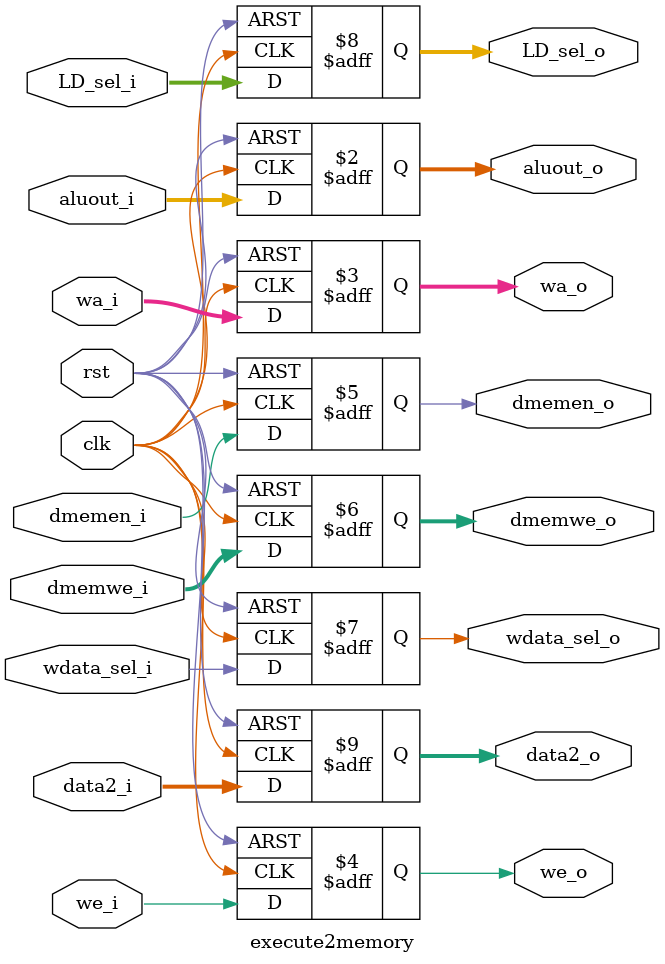
<source format=v>
module execute2memory(
    input               clk,
    input               rst,

    input    [31:0]     aluout_i,
    input    [4:0]      wa_i,
    input               we_i,

    input               dmemen_i ,
    input     [3:0]     dmemwe_i,

    input               wdata_sel_i,
    input     [3:0]     LD_sel_i,
    input     [31:0]    data2_i,

    output  reg     [31:0]     aluout_o,
    output  reg     [4:0]      wa_o,
    output  reg                we_o,

    output  reg                dmemen_o ,
    output  reg      [3:0]     dmemwe_o,

    output  reg                wdata_sel_o,
    output  reg      [3:0]     LD_sel_o,
    output  reg      [31:0]    data2_o

);  

always @(posedge clk or posedge rst) begin
    if(rst) begin
        aluout_o  <= 'd0;
        wa_o<= 'd0;
        we_o<= 'd0;
        dmemen_o<= 'd0;
        dmemwe_o<= 'd0;
        wdata_sel_o<= 'd0;
        LD_sel_o<= 'd0;
        data2_o<= 'd0;
    end else begin
        aluout_o  <= aluout_i;
        wa_o<= wa_i;
        we_o<= we_i;
        dmemen_o<= dmemen_i;
        dmemwe_o<= dmemwe_i;
        wdata_sel_o<= wdata_sel_i;
        LD_sel_o<= LD_sel_i;
        data2_o<= data2_i;
    end
end
    
endmodule //moduleName

</source>
